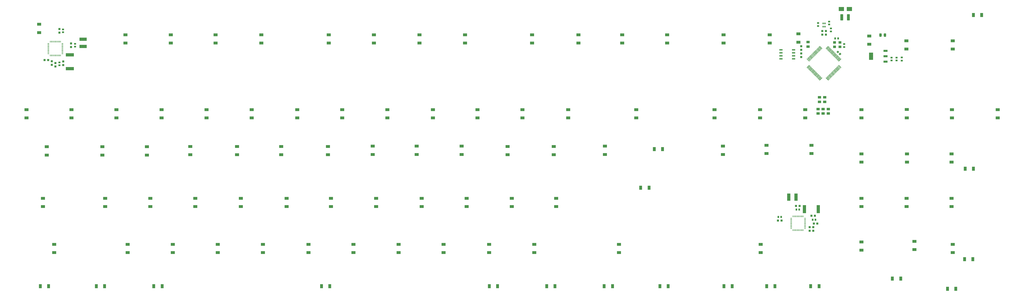
<source format=gbp>
%TF.GenerationSoftware,KiCad,Pcbnew,(5.1.7)-1*%
%TF.CreationDate,2021-06-04T23:16:26-04:00*%
%TF.ProjectId,694200101,36393432-3030-4313-9031-2e6b69636164,rev?*%
%TF.SameCoordinates,Original*%
%TF.FileFunction,Paste,Bot*%
%TF.FilePolarity,Positive*%
%FSLAX46Y46*%
G04 Gerber Fmt 4.6, Leading zero omitted, Abs format (unit mm)*
G04 Created by KiCad (PCBNEW (5.1.7)-1) date 2021-06-04 23:16:26*
%MOMM*%
%LPD*%
G01*
G04 APERTURE LIST*
%ADD10R,0.350000X0.750000*%
%ADD11R,1.400000X0.600000*%
%ADD12R,0.950000X0.930000*%
%ADD13R,0.930000X0.950000*%
%ADD14R,0.970000X0.900000*%
%ADD15R,0.750000X0.200000*%
%ADD16R,0.200000X0.750000*%
%ADD17R,1.300000X1.700000*%
%ADD18R,1.700000X1.300000*%
%ADD19R,0.862132X0.690831*%
%ADD20R,2.184400X1.651000*%
%ADD21R,0.708716X0.812132*%
%ADD22R,0.812132X0.708716*%
%ADD23R,0.812132X0.758142*%
%ADD24R,0.812132X0.708142*%
%ADD25R,0.758142X0.812132*%
%ADD26C,0.100000*%
%ADD27R,1.380000X1.010000*%
%ADD28R,1.300000X1.100000*%
%ADD29R,1.340000X3.020000*%
%ADD30R,3.020000X1.340000*%
%ADD31R,1.330000X3.460000*%
%ADD32R,3.460000X1.330000*%
%ADD33R,0.900000X0.970000*%
%ADD34R,1.761200X3.150799*%
%ADD35R,1.761200X0.850800*%
G04 APERTURE END LIST*
D10*
%TO.C,U2*%
X355490400Y-9681600D03*
X354990400Y-9681600D03*
X354490400Y-9681600D03*
X354490400Y-8301600D03*
X354990400Y-8301600D03*
X355490400Y-8301600D03*
%TD*%
D11*
%TO.C,U4*%
X336821000Y-23241000D03*
X336821000Y-21971000D03*
X336821000Y-20701000D03*
X336821000Y-19431000D03*
X342121000Y-19431000D03*
X342121000Y-20701000D03*
X342121000Y-21971000D03*
X342121000Y-23241000D03*
%TD*%
D12*
%TO.C,C27*%
X350671000Y-92964000D03*
X352147000Y-92964000D03*
%TD*%
D13*
%TO.C,C26*%
X30734000Y-25043000D03*
X30734000Y-26519000D03*
%TD*%
D14*
%TO.C,R22*%
X355765100Y-11482800D03*
X355765100Y-13002800D03*
%TD*%
%TO.C,R21*%
X354266500Y-11482800D03*
X354266500Y-13002800D03*
%TD*%
%TO.C,C25*%
G36*
G01*
X379280000Y-12733000D02*
X379280000Y-13683000D01*
G75*
G02*
X379030000Y-13933000I-250000J0D01*
G01*
X378530000Y-13933000D01*
G75*
G02*
X378280000Y-13683000I0J250000D01*
G01*
X378280000Y-12733000D01*
G75*
G02*
X378530000Y-12483000I250000J0D01*
G01*
X379030000Y-12483000D01*
G75*
G02*
X379280000Y-12733000I0J-250000D01*
G01*
G37*
G36*
G01*
X381180000Y-12733000D02*
X381180000Y-13683000D01*
G75*
G02*
X380930000Y-13933000I-250000J0D01*
G01*
X380430000Y-13933000D01*
G75*
G02*
X380180000Y-13683000I0J250000D01*
G01*
X380180000Y-12733000D01*
G75*
G02*
X380430000Y-12483000I250000J0D01*
G01*
X380930000Y-12483000D01*
G75*
G02*
X381180000Y-12733000I0J-250000D01*
G01*
G37*
%TD*%
D15*
%TO.C,U6*%
X346926999Y-95062400D03*
X346926999Y-94662400D03*
X346926999Y-94262400D03*
X346926999Y-93862400D03*
X346926999Y-93462400D03*
X346926999Y-93062400D03*
X346926999Y-92662400D03*
X346926999Y-92262400D03*
X346926999Y-91862400D03*
X346926999Y-91462400D03*
X346926999Y-91062400D03*
X346926999Y-90662400D03*
D16*
X346201999Y-89937400D03*
X345801999Y-89937400D03*
X345401999Y-89937400D03*
X345001999Y-89937400D03*
X344601999Y-89937400D03*
X344201999Y-89937400D03*
X343801999Y-89937400D03*
X343401999Y-89937400D03*
X343001999Y-89937400D03*
X342601999Y-89937400D03*
X342201999Y-89937400D03*
X341801999Y-89937400D03*
D15*
X341076999Y-90662400D03*
X341076999Y-91062400D03*
X341076999Y-91462400D03*
X341076999Y-91862400D03*
X341076999Y-92262400D03*
X341076999Y-92662400D03*
X341076999Y-93062400D03*
X341076999Y-93462400D03*
X341076999Y-93862400D03*
X341076999Y-94262400D03*
X341076999Y-94662400D03*
X341076999Y-95062400D03*
D16*
X341801999Y-95787400D03*
X342201999Y-95787400D03*
X342601999Y-95787400D03*
X343001999Y-95787400D03*
X343401999Y-95787400D03*
X343801999Y-95787400D03*
X344201999Y-95787400D03*
X344601999Y-95787400D03*
X345001999Y-95787400D03*
X345401999Y-95787400D03*
X345801999Y-95787400D03*
X346201999Y-95787400D03*
%TD*%
%TO.C,U5*%
X28534000Y-21848000D03*
X28934000Y-21848000D03*
X29334000Y-21848000D03*
X29734000Y-21848000D03*
X30134000Y-21848000D03*
X30534000Y-21848000D03*
X30934000Y-21848000D03*
X31334000Y-21848000D03*
X31734000Y-21848000D03*
X32134000Y-21848000D03*
X32534000Y-21848000D03*
X32934000Y-21848000D03*
D15*
X33659000Y-21123000D03*
X33659000Y-20723000D03*
X33659000Y-20323000D03*
X33659000Y-19923000D03*
X33659000Y-19523000D03*
X33659000Y-19123000D03*
X33659000Y-18723000D03*
X33659000Y-18323000D03*
X33659000Y-17923000D03*
X33659000Y-17523000D03*
X33659000Y-17123000D03*
X33659000Y-16723000D03*
D16*
X32934000Y-15998000D03*
X32534000Y-15998000D03*
X32134000Y-15998000D03*
X31734000Y-15998000D03*
X31334000Y-15998000D03*
X30934000Y-15998000D03*
X30534000Y-15998000D03*
X30134000Y-15998000D03*
X29734000Y-15998000D03*
X29334000Y-15998000D03*
X28934000Y-15998000D03*
X28534000Y-15998000D03*
D15*
X27809000Y-16723000D03*
X27809000Y-17123000D03*
X27809000Y-17523000D03*
X27809000Y-17923000D03*
X27809000Y-18323000D03*
X27809000Y-18723000D03*
X27809000Y-19123000D03*
X27809000Y-19523000D03*
X27809000Y-19923000D03*
X27809000Y-20323000D03*
X27809000Y-20723000D03*
X27809000Y-21123000D03*
%TD*%
D17*
%TO.C,D108*%
X417750000Y-108000000D03*
X414250000Y-108000000D03*
%TD*%
%TO.C,D107*%
X418000000Y-69750000D03*
X414500000Y-69750000D03*
%TD*%
D18*
%TO.C,D106*%
X428250000Y-44750000D03*
X428250000Y-48250000D03*
%TD*%
D17*
%TO.C,D105*%
X410550000Y-120600000D03*
X407050000Y-120600000D03*
%TD*%
D18*
%TO.C,D104*%
X409250000Y-101750000D03*
X409250000Y-105250000D03*
%TD*%
%TO.C,D103*%
X408750000Y-82250000D03*
X408750000Y-85750000D03*
%TD*%
%TO.C,D102*%
X408750000Y-63500000D03*
X408750000Y-67000000D03*
%TD*%
%TO.C,D101*%
X408962500Y-44750000D03*
X408962500Y-48250000D03*
%TD*%
%TO.C,D100*%
X409287500Y-15650000D03*
X409287500Y-19150000D03*
%TD*%
%TO.C,D99*%
X393065000Y-100485000D03*
X393065000Y-103985000D03*
%TD*%
%TO.C,D98*%
X389787500Y-82250000D03*
X389787500Y-85750000D03*
%TD*%
%TO.C,D97*%
X390000000Y-63500000D03*
X390000000Y-67000000D03*
%TD*%
%TO.C,D96*%
X389890000Y-44732000D03*
X389890000Y-48232000D03*
%TD*%
%TO.C,D95*%
X389750000Y-15650000D03*
X389750000Y-19150000D03*
%TD*%
D17*
%TO.C,D94*%
X421500000Y-4699000D03*
X418000000Y-4699000D03*
%TD*%
%TO.C,D93*%
X383822000Y-116205000D03*
X387322000Y-116205000D03*
%TD*%
D18*
%TO.C,D92*%
X370750000Y-100739000D03*
X370750000Y-104239000D03*
%TD*%
%TO.C,D91*%
X370750000Y-82250000D03*
X370750000Y-85750000D03*
%TD*%
%TO.C,D90*%
X370750000Y-63500000D03*
X370750000Y-67000000D03*
%TD*%
%TO.C,D89*%
X370750000Y-44750000D03*
X370750000Y-48250000D03*
%TD*%
%TO.C,D88*%
X374015000Y-13617000D03*
X374015000Y-17117000D03*
%TD*%
D17*
%TO.C,D87*%
X349350001Y-119500000D03*
X352850001Y-119500000D03*
%TD*%
D18*
%TO.C,D86*%
X349660500Y-59845000D03*
X349660500Y-63345000D03*
%TD*%
%TO.C,D85*%
X347037500Y-44750000D03*
X347037500Y-48250000D03*
%TD*%
%TO.C,D84*%
X344170000Y-12728000D03*
X344170000Y-16228000D03*
%TD*%
D17*
%TO.C,D83*%
X330750000Y-119500000D03*
X334250000Y-119500000D03*
%TD*%
D18*
%TO.C,D82*%
X328250000Y-101750000D03*
X328250000Y-105250000D03*
%TD*%
%TO.C,D81*%
X330708000Y-59845000D03*
X330708000Y-63345000D03*
%TD*%
%TO.C,D80*%
X328000000Y-44750000D03*
X328000000Y-48250000D03*
%TD*%
%TO.C,D79*%
X332060000Y-13110000D03*
X332060000Y-16610000D03*
%TD*%
D17*
%TO.C,D78*%
X312750000Y-119500000D03*
X316250000Y-119500000D03*
%TD*%
D18*
%TO.C,D77*%
X312293000Y-60226000D03*
X312293000Y-63726000D03*
%TD*%
%TO.C,D76*%
X308750000Y-44750000D03*
X308750000Y-48250000D03*
%TD*%
%TO.C,D75*%
X312560000Y-13110000D03*
X312560000Y-16610000D03*
%TD*%
D17*
%TO.C,D74*%
X285750000Y-119500000D03*
X289250000Y-119500000D03*
%TD*%
%TO.C,D73*%
X283365000Y-61468000D03*
X286865000Y-61468000D03*
%TD*%
D18*
%TO.C,D72*%
X275750000Y-44750000D03*
X275750000Y-48250000D03*
%TD*%
%TO.C,D71*%
X288810000Y-13110000D03*
X288810000Y-16610000D03*
%TD*%
D17*
%TO.C,D70*%
X262250000Y-119500000D03*
X265750000Y-119500000D03*
%TD*%
D18*
%TO.C,D69*%
X268500000Y-101750000D03*
X268500000Y-105250000D03*
%TD*%
D17*
%TO.C,D68*%
X277650000Y-77800000D03*
X281150000Y-77800000D03*
%TD*%
D18*
%TO.C,D67*%
X262509000Y-60226000D03*
X262509000Y-63726000D03*
%TD*%
%TO.C,D66*%
X269810000Y-13110000D03*
X269810000Y-16610000D03*
%TD*%
%TO.C,D65*%
X242000000Y-82250000D03*
X242000000Y-85750000D03*
%TD*%
%TO.C,D64*%
X240919000Y-60353000D03*
X240919000Y-63853000D03*
%TD*%
%TO.C,D63*%
X247037500Y-44750000D03*
X247037500Y-48250000D03*
%TD*%
%TO.C,D62*%
X251333000Y-13109000D03*
X251333000Y-16609000D03*
%TD*%
D17*
%TO.C,D61*%
X238000000Y-119500000D03*
X241500000Y-119500000D03*
%TD*%
D18*
%TO.C,D60*%
X232787500Y-101750000D03*
X232787500Y-105250000D03*
%TD*%
%TO.C,D59*%
X223287500Y-82250000D03*
X223287500Y-85750000D03*
%TD*%
%TO.C,D58*%
X221488000Y-60353000D03*
X221488000Y-63853000D03*
%TD*%
%TO.C,D57*%
X227750000Y-44750000D03*
X227750000Y-48250000D03*
%TD*%
%TO.C,D56*%
X231810000Y-13110000D03*
X231810000Y-16610000D03*
%TD*%
D17*
%TO.C,D55*%
X213750000Y-119500000D03*
X217250000Y-119500000D03*
%TD*%
D18*
%TO.C,D54*%
X213712500Y-101750000D03*
X213712500Y-105250000D03*
%TD*%
%TO.C,D53*%
X204250000Y-82250000D03*
X204250000Y-85750000D03*
%TD*%
%TO.C,D52*%
X202057000Y-60226000D03*
X202057000Y-63726000D03*
%TD*%
%TO.C,D51*%
X208750000Y-44750000D03*
X208750000Y-48250000D03*
%TD*%
%TO.C,D50*%
X203560000Y-13110000D03*
X203560000Y-16610000D03*
%TD*%
%TO.C,D49*%
X194500000Y-101750000D03*
X194500000Y-105250000D03*
%TD*%
%TO.C,D48*%
X185250000Y-82250000D03*
X185250000Y-85750000D03*
%TD*%
%TO.C,D47*%
X183134000Y-60226000D03*
X183134000Y-63726000D03*
%TD*%
%TO.C,D46*%
X190000000Y-44750000D03*
X190000000Y-48250000D03*
%TD*%
%TO.C,D45*%
X184310000Y-13110000D03*
X184310000Y-16610000D03*
%TD*%
%TO.C,D44*%
X175500000Y-101750000D03*
X175500000Y-105250000D03*
%TD*%
%TO.C,D43*%
X166000000Y-82250000D03*
X166000000Y-85750000D03*
%TD*%
%TO.C,D42*%
X164592000Y-60226000D03*
X164592000Y-63726000D03*
%TD*%
%TO.C,D41*%
X170750000Y-44750000D03*
X170750000Y-48250000D03*
%TD*%
%TO.C,D40*%
X165060000Y-13110000D03*
X165060000Y-16610000D03*
%TD*%
%TO.C,D39*%
X156500000Y-101750000D03*
X156500000Y-105250000D03*
%TD*%
%TO.C,D38*%
X147000000Y-82250000D03*
X147000000Y-85750000D03*
%TD*%
%TO.C,D37*%
X145669000Y-60353000D03*
X145669000Y-63853000D03*
%TD*%
%TO.C,D36*%
X151750000Y-44750000D03*
X151750000Y-48250000D03*
%TD*%
%TO.C,D35*%
X146060000Y-13110000D03*
X146060000Y-16610000D03*
%TD*%
D17*
%TO.C,D34*%
X143000000Y-119500000D03*
X146500000Y-119500000D03*
%TD*%
D18*
%TO.C,D33*%
X137500000Y-101750000D03*
X137500000Y-105250000D03*
%TD*%
%TO.C,D32*%
X128250000Y-82250000D03*
X128250000Y-85750000D03*
%TD*%
%TO.C,D31*%
X125984000Y-60353000D03*
X125984000Y-63853000D03*
%TD*%
%TO.C,D30*%
X132750000Y-44750000D03*
X132750000Y-48250000D03*
%TD*%
%TO.C,D29*%
X118250000Y-101750000D03*
X118250000Y-105250000D03*
%TD*%
%TO.C,D28*%
X109000000Y-82250000D03*
X109000000Y-85750000D03*
%TD*%
%TO.C,D27*%
X107315000Y-60353000D03*
X107315000Y-63853000D03*
%TD*%
%TO.C,D26*%
X113500000Y-44750000D03*
X113500000Y-48250000D03*
%TD*%
%TO.C,D25*%
X117560000Y-13110000D03*
X117560000Y-16610000D03*
%TD*%
%TO.C,D24*%
X99250000Y-101750000D03*
X99250000Y-105250000D03*
%TD*%
%TO.C,D23*%
X89750000Y-82250000D03*
X89750000Y-85750000D03*
%TD*%
%TO.C,D22*%
X87630000Y-60353000D03*
X87630000Y-63853000D03*
%TD*%
%TO.C,D21*%
X94500000Y-44750000D03*
X94500000Y-48250000D03*
%TD*%
%TO.C,D20*%
X98310000Y-13110000D03*
X98310000Y-16610000D03*
%TD*%
D17*
%TO.C,D19*%
X72250000Y-119500000D03*
X75750000Y-119500000D03*
%TD*%
D18*
%TO.C,D18*%
X80250000Y-101750000D03*
X80250000Y-105250000D03*
%TD*%
%TO.C,D17*%
X70750000Y-82250000D03*
X70750000Y-85750000D03*
%TD*%
%TO.C,D16*%
X69342000Y-60480000D03*
X69342000Y-63980000D03*
%TD*%
%TO.C,D15*%
X75500000Y-44750000D03*
X75500000Y-48250000D03*
%TD*%
%TO.C,D14*%
X79375000Y-13110000D03*
X79375000Y-16610000D03*
%TD*%
%TO.C,D13*%
X61250000Y-101750000D03*
X61250000Y-105250000D03*
%TD*%
%TO.C,D12*%
X51750000Y-82250000D03*
X51750000Y-85750000D03*
%TD*%
%TO.C,D11*%
X50546000Y-60480000D03*
X50546000Y-63980000D03*
%TD*%
%TO.C,D10*%
X56500000Y-44750000D03*
X56500000Y-48250000D03*
%TD*%
%TO.C,D9*%
X60310000Y-13110000D03*
X60310000Y-16610000D03*
%TD*%
D17*
%TO.C,D8*%
X48000000Y-119500000D03*
X51500000Y-119500000D03*
%TD*%
D18*
%TO.C,D7*%
X30250000Y-101750000D03*
X30250000Y-105250000D03*
%TD*%
%TO.C,D6*%
X37500000Y-44750000D03*
X37500000Y-48250000D03*
%TD*%
D17*
%TO.C,D5*%
X24350001Y-119500000D03*
X27850001Y-119500000D03*
%TD*%
D18*
%TO.C,D4*%
X25500000Y-82250000D03*
X25500000Y-85750000D03*
%TD*%
%TO.C,D3*%
X27051000Y-60480000D03*
X27051000Y-63980000D03*
%TD*%
%TO.C,D2*%
X18500000Y-44750000D03*
X18500000Y-48250000D03*
%TD*%
%TO.C,D1*%
X23876000Y-12164000D03*
X23876000Y-8664000D03*
%TD*%
%TO.C,F1*%
G36*
G01*
X364630000Y-6790000D02*
X364630000Y-4640000D01*
G75*
G02*
X364880000Y-4390000I250000J0D01*
G01*
X365630000Y-4390000D01*
G75*
G02*
X365880000Y-4640000I0J-250000D01*
G01*
X365880000Y-6790000D01*
G75*
G02*
X365630000Y-7040000I-250000J0D01*
G01*
X364880000Y-7040000D01*
G75*
G02*
X364630000Y-6790000I0J250000D01*
G01*
G37*
G36*
G01*
X361830000Y-6790000D02*
X361830000Y-4640000D01*
G75*
G02*
X362080000Y-4390000I250000J0D01*
G01*
X362830000Y-4390000D01*
G75*
G02*
X363080000Y-4640000I0J-250000D01*
G01*
X363080000Y-6790000D01*
G75*
G02*
X362830000Y-7040000I-250000J0D01*
G01*
X362080000Y-7040000D01*
G75*
G02*
X361830000Y-6790000I0J250000D01*
G01*
G37*
%TD*%
%TO.C,U3*%
G36*
G01*
X353214910Y-17880478D02*
X354204860Y-18870428D01*
G75*
G02*
X354204860Y-18976494I-53033J-53033D01*
G01*
X354098794Y-19082560D01*
G75*
G02*
X353992728Y-19082560I-53033J53033D01*
G01*
X353002778Y-18092610D01*
G75*
G02*
X353002778Y-17986544I53033J53033D01*
G01*
X353108844Y-17880478D01*
G75*
G02*
X353214910Y-17880478I53033J-53033D01*
G01*
G37*
G36*
G01*
X352861357Y-18234031D02*
X353851307Y-19223981D01*
G75*
G02*
X353851307Y-19330047I-53033J-53033D01*
G01*
X353745241Y-19436113D01*
G75*
G02*
X353639175Y-19436113I-53033J53033D01*
G01*
X352649225Y-18446163D01*
G75*
G02*
X352649225Y-18340097I53033J53033D01*
G01*
X352755291Y-18234031D01*
G75*
G02*
X352861357Y-18234031I53033J-53033D01*
G01*
G37*
G36*
G01*
X352507804Y-18587584D02*
X353497754Y-19577534D01*
G75*
G02*
X353497754Y-19683600I-53033J-53033D01*
G01*
X353391688Y-19789666D01*
G75*
G02*
X353285622Y-19789666I-53033J53033D01*
G01*
X352295672Y-18799716D01*
G75*
G02*
X352295672Y-18693650I53033J53033D01*
G01*
X352401738Y-18587584D01*
G75*
G02*
X352507804Y-18587584I53033J-53033D01*
G01*
G37*
G36*
G01*
X352154250Y-18941138D02*
X353144200Y-19931088D01*
G75*
G02*
X353144200Y-20037154I-53033J-53033D01*
G01*
X353038134Y-20143220D01*
G75*
G02*
X352932068Y-20143220I-53033J53033D01*
G01*
X351942118Y-19153270D01*
G75*
G02*
X351942118Y-19047204I53033J53033D01*
G01*
X352048184Y-18941138D01*
G75*
G02*
X352154250Y-18941138I53033J-53033D01*
G01*
G37*
G36*
G01*
X351800697Y-19294691D02*
X352790647Y-20284641D01*
G75*
G02*
X352790647Y-20390707I-53033J-53033D01*
G01*
X352684581Y-20496773D01*
G75*
G02*
X352578515Y-20496773I-53033J53033D01*
G01*
X351588565Y-19506823D01*
G75*
G02*
X351588565Y-19400757I53033J53033D01*
G01*
X351694631Y-19294691D01*
G75*
G02*
X351800697Y-19294691I53033J-53033D01*
G01*
G37*
G36*
G01*
X351447143Y-19648245D02*
X352437093Y-20638195D01*
G75*
G02*
X352437093Y-20744261I-53033J-53033D01*
G01*
X352331027Y-20850327D01*
G75*
G02*
X352224961Y-20850327I-53033J53033D01*
G01*
X351235011Y-19860377D01*
G75*
G02*
X351235011Y-19754311I53033J53033D01*
G01*
X351341077Y-19648245D01*
G75*
G02*
X351447143Y-19648245I53033J-53033D01*
G01*
G37*
G36*
G01*
X351093590Y-20001798D02*
X352083540Y-20991748D01*
G75*
G02*
X352083540Y-21097814I-53033J-53033D01*
G01*
X351977474Y-21203880D01*
G75*
G02*
X351871408Y-21203880I-53033J53033D01*
G01*
X350881458Y-20213930D01*
G75*
G02*
X350881458Y-20107864I53033J53033D01*
G01*
X350987524Y-20001798D01*
G75*
G02*
X351093590Y-20001798I53033J-53033D01*
G01*
G37*
G36*
G01*
X350740037Y-20355351D02*
X351729987Y-21345301D01*
G75*
G02*
X351729987Y-21451367I-53033J-53033D01*
G01*
X351623921Y-21557433D01*
G75*
G02*
X351517855Y-21557433I-53033J53033D01*
G01*
X350527905Y-20567483D01*
G75*
G02*
X350527905Y-20461417I53033J53033D01*
G01*
X350633971Y-20355351D01*
G75*
G02*
X350740037Y-20355351I53033J-53033D01*
G01*
G37*
G36*
G01*
X350386483Y-20708905D02*
X351376433Y-21698855D01*
G75*
G02*
X351376433Y-21804921I-53033J-53033D01*
G01*
X351270367Y-21910987D01*
G75*
G02*
X351164301Y-21910987I-53033J53033D01*
G01*
X350174351Y-20921037D01*
G75*
G02*
X350174351Y-20814971I53033J53033D01*
G01*
X350280417Y-20708905D01*
G75*
G02*
X350386483Y-20708905I53033J-53033D01*
G01*
G37*
G36*
G01*
X350032930Y-21062458D02*
X351022880Y-22052408D01*
G75*
G02*
X351022880Y-22158474I-53033J-53033D01*
G01*
X350916814Y-22264540D01*
G75*
G02*
X350810748Y-22264540I-53033J53033D01*
G01*
X349820798Y-21274590D01*
G75*
G02*
X349820798Y-21168524I53033J53033D01*
G01*
X349926864Y-21062458D01*
G75*
G02*
X350032930Y-21062458I53033J-53033D01*
G01*
G37*
G36*
G01*
X349679377Y-21416011D02*
X350669327Y-22405961D01*
G75*
G02*
X350669327Y-22512027I-53033J-53033D01*
G01*
X350563261Y-22618093D01*
G75*
G02*
X350457195Y-22618093I-53033J53033D01*
G01*
X349467245Y-21628143D01*
G75*
G02*
X349467245Y-21522077I53033J53033D01*
G01*
X349573311Y-21416011D01*
G75*
G02*
X349679377Y-21416011I53033J-53033D01*
G01*
G37*
G36*
G01*
X349325823Y-21769565D02*
X350315773Y-22759515D01*
G75*
G02*
X350315773Y-22865581I-53033J-53033D01*
G01*
X350209707Y-22971647D01*
G75*
G02*
X350103641Y-22971647I-53033J53033D01*
G01*
X349113691Y-21981697D01*
G75*
G02*
X349113691Y-21875631I53033J53033D01*
G01*
X349219757Y-21769565D01*
G75*
G02*
X349325823Y-21769565I53033J-53033D01*
G01*
G37*
G36*
G01*
X348972270Y-22123118D02*
X349962220Y-23113068D01*
G75*
G02*
X349962220Y-23219134I-53033J-53033D01*
G01*
X349856154Y-23325200D01*
G75*
G02*
X349750088Y-23325200I-53033J53033D01*
G01*
X348760138Y-22335250D01*
G75*
G02*
X348760138Y-22229184I53033J53033D01*
G01*
X348866204Y-22123118D01*
G75*
G02*
X348972270Y-22123118I53033J-53033D01*
G01*
G37*
G36*
G01*
X348618716Y-22476672D02*
X349608666Y-23466622D01*
G75*
G02*
X349608666Y-23572688I-53033J-53033D01*
G01*
X349502600Y-23678754D01*
G75*
G02*
X349396534Y-23678754I-53033J53033D01*
G01*
X348406584Y-22688804D01*
G75*
G02*
X348406584Y-22582738I53033J53033D01*
G01*
X348512650Y-22476672D01*
G75*
G02*
X348618716Y-22476672I53033J-53033D01*
G01*
G37*
G36*
G01*
X348265163Y-22830225D02*
X349255113Y-23820175D01*
G75*
G02*
X349255113Y-23926241I-53033J-53033D01*
G01*
X349149047Y-24032307D01*
G75*
G02*
X349042981Y-24032307I-53033J53033D01*
G01*
X348053031Y-23042357D01*
G75*
G02*
X348053031Y-22936291I53033J53033D01*
G01*
X348159097Y-22830225D01*
G75*
G02*
X348265163Y-22830225I53033J-53033D01*
G01*
G37*
G36*
G01*
X347911610Y-23183778D02*
X348901560Y-24173728D01*
G75*
G02*
X348901560Y-24279794I-53033J-53033D01*
G01*
X348795494Y-24385860D01*
G75*
G02*
X348689428Y-24385860I-53033J53033D01*
G01*
X347699478Y-23395910D01*
G75*
G02*
X347699478Y-23289844I53033J53033D01*
G01*
X347805544Y-23183778D01*
G75*
G02*
X347911610Y-23183778I53033J-53033D01*
G01*
G37*
G36*
G01*
X348795494Y-25906140D02*
X348901560Y-26012206D01*
G75*
G02*
X348901560Y-26118272I-53033J-53033D01*
G01*
X347911610Y-27108222D01*
G75*
G02*
X347805544Y-27108222I-53033J53033D01*
G01*
X347699478Y-27002156D01*
G75*
G02*
X347699478Y-26896090I53033J53033D01*
G01*
X348689428Y-25906140D01*
G75*
G02*
X348795494Y-25906140I53033J-53033D01*
G01*
G37*
G36*
G01*
X349149047Y-26259693D02*
X349255113Y-26365759D01*
G75*
G02*
X349255113Y-26471825I-53033J-53033D01*
G01*
X348265163Y-27461775D01*
G75*
G02*
X348159097Y-27461775I-53033J53033D01*
G01*
X348053031Y-27355709D01*
G75*
G02*
X348053031Y-27249643I53033J53033D01*
G01*
X349042981Y-26259693D01*
G75*
G02*
X349149047Y-26259693I53033J-53033D01*
G01*
G37*
G36*
G01*
X349502600Y-26613246D02*
X349608666Y-26719312D01*
G75*
G02*
X349608666Y-26825378I-53033J-53033D01*
G01*
X348618716Y-27815328D01*
G75*
G02*
X348512650Y-27815328I-53033J53033D01*
G01*
X348406584Y-27709262D01*
G75*
G02*
X348406584Y-27603196I53033J53033D01*
G01*
X349396534Y-26613246D01*
G75*
G02*
X349502600Y-26613246I53033J-53033D01*
G01*
G37*
G36*
G01*
X349856154Y-26966800D02*
X349962220Y-27072866D01*
G75*
G02*
X349962220Y-27178932I-53033J-53033D01*
G01*
X348972270Y-28168882D01*
G75*
G02*
X348866204Y-28168882I-53033J53033D01*
G01*
X348760138Y-28062816D01*
G75*
G02*
X348760138Y-27956750I53033J53033D01*
G01*
X349750088Y-26966800D01*
G75*
G02*
X349856154Y-26966800I53033J-53033D01*
G01*
G37*
G36*
G01*
X350209707Y-27320353D02*
X350315773Y-27426419D01*
G75*
G02*
X350315773Y-27532485I-53033J-53033D01*
G01*
X349325823Y-28522435D01*
G75*
G02*
X349219757Y-28522435I-53033J53033D01*
G01*
X349113691Y-28416369D01*
G75*
G02*
X349113691Y-28310303I53033J53033D01*
G01*
X350103641Y-27320353D01*
G75*
G02*
X350209707Y-27320353I53033J-53033D01*
G01*
G37*
G36*
G01*
X350563261Y-27673907D02*
X350669327Y-27779973D01*
G75*
G02*
X350669327Y-27886039I-53033J-53033D01*
G01*
X349679377Y-28875989D01*
G75*
G02*
X349573311Y-28875989I-53033J53033D01*
G01*
X349467245Y-28769923D01*
G75*
G02*
X349467245Y-28663857I53033J53033D01*
G01*
X350457195Y-27673907D01*
G75*
G02*
X350563261Y-27673907I53033J-53033D01*
G01*
G37*
G36*
G01*
X350916814Y-28027460D02*
X351022880Y-28133526D01*
G75*
G02*
X351022880Y-28239592I-53033J-53033D01*
G01*
X350032930Y-29229542D01*
G75*
G02*
X349926864Y-29229542I-53033J53033D01*
G01*
X349820798Y-29123476D01*
G75*
G02*
X349820798Y-29017410I53033J53033D01*
G01*
X350810748Y-28027460D01*
G75*
G02*
X350916814Y-28027460I53033J-53033D01*
G01*
G37*
G36*
G01*
X351270367Y-28381013D02*
X351376433Y-28487079D01*
G75*
G02*
X351376433Y-28593145I-53033J-53033D01*
G01*
X350386483Y-29583095D01*
G75*
G02*
X350280417Y-29583095I-53033J53033D01*
G01*
X350174351Y-29477029D01*
G75*
G02*
X350174351Y-29370963I53033J53033D01*
G01*
X351164301Y-28381013D01*
G75*
G02*
X351270367Y-28381013I53033J-53033D01*
G01*
G37*
G36*
G01*
X351623921Y-28734567D02*
X351729987Y-28840633D01*
G75*
G02*
X351729987Y-28946699I-53033J-53033D01*
G01*
X350740037Y-29936649D01*
G75*
G02*
X350633971Y-29936649I-53033J53033D01*
G01*
X350527905Y-29830583D01*
G75*
G02*
X350527905Y-29724517I53033J53033D01*
G01*
X351517855Y-28734567D01*
G75*
G02*
X351623921Y-28734567I53033J-53033D01*
G01*
G37*
G36*
G01*
X351977474Y-29088120D02*
X352083540Y-29194186D01*
G75*
G02*
X352083540Y-29300252I-53033J-53033D01*
G01*
X351093590Y-30290202D01*
G75*
G02*
X350987524Y-30290202I-53033J53033D01*
G01*
X350881458Y-30184136D01*
G75*
G02*
X350881458Y-30078070I53033J53033D01*
G01*
X351871408Y-29088120D01*
G75*
G02*
X351977474Y-29088120I53033J-53033D01*
G01*
G37*
G36*
G01*
X352331027Y-29441673D02*
X352437093Y-29547739D01*
G75*
G02*
X352437093Y-29653805I-53033J-53033D01*
G01*
X351447143Y-30643755D01*
G75*
G02*
X351341077Y-30643755I-53033J53033D01*
G01*
X351235011Y-30537689D01*
G75*
G02*
X351235011Y-30431623I53033J53033D01*
G01*
X352224961Y-29441673D01*
G75*
G02*
X352331027Y-29441673I53033J-53033D01*
G01*
G37*
G36*
G01*
X352684581Y-29795227D02*
X352790647Y-29901293D01*
G75*
G02*
X352790647Y-30007359I-53033J-53033D01*
G01*
X351800697Y-30997309D01*
G75*
G02*
X351694631Y-30997309I-53033J53033D01*
G01*
X351588565Y-30891243D01*
G75*
G02*
X351588565Y-30785177I53033J53033D01*
G01*
X352578515Y-29795227D01*
G75*
G02*
X352684581Y-29795227I53033J-53033D01*
G01*
G37*
G36*
G01*
X353038134Y-30148780D02*
X353144200Y-30254846D01*
G75*
G02*
X353144200Y-30360912I-53033J-53033D01*
G01*
X352154250Y-31350862D01*
G75*
G02*
X352048184Y-31350862I-53033J53033D01*
G01*
X351942118Y-31244796D01*
G75*
G02*
X351942118Y-31138730I53033J53033D01*
G01*
X352932068Y-30148780D01*
G75*
G02*
X353038134Y-30148780I53033J-53033D01*
G01*
G37*
G36*
G01*
X353391688Y-30502334D02*
X353497754Y-30608400D01*
G75*
G02*
X353497754Y-30714466I-53033J-53033D01*
G01*
X352507804Y-31704416D01*
G75*
G02*
X352401738Y-31704416I-53033J53033D01*
G01*
X352295672Y-31598350D01*
G75*
G02*
X352295672Y-31492284I53033J53033D01*
G01*
X353285622Y-30502334D01*
G75*
G02*
X353391688Y-30502334I53033J-53033D01*
G01*
G37*
G36*
G01*
X353745241Y-30855887D02*
X353851307Y-30961953D01*
G75*
G02*
X353851307Y-31068019I-53033J-53033D01*
G01*
X352861357Y-32057969D01*
G75*
G02*
X352755291Y-32057969I-53033J53033D01*
G01*
X352649225Y-31951903D01*
G75*
G02*
X352649225Y-31845837I53033J53033D01*
G01*
X353639175Y-30855887D01*
G75*
G02*
X353745241Y-30855887I53033J-53033D01*
G01*
G37*
G36*
G01*
X354098794Y-31209440D02*
X354204860Y-31315506D01*
G75*
G02*
X354204860Y-31421572I-53033J-53033D01*
G01*
X353214910Y-32411522D01*
G75*
G02*
X353108844Y-32411522I-53033J53033D01*
G01*
X353002778Y-32305456D01*
G75*
G02*
X353002778Y-32199390I53033J53033D01*
G01*
X353992728Y-31209440D01*
G75*
G02*
X354098794Y-31209440I53033J-53033D01*
G01*
G37*
G36*
G01*
X355937272Y-31209440D02*
X356927222Y-32199390D01*
G75*
G02*
X356927222Y-32305456I-53033J-53033D01*
G01*
X356821156Y-32411522D01*
G75*
G02*
X356715090Y-32411522I-53033J53033D01*
G01*
X355725140Y-31421572D01*
G75*
G02*
X355725140Y-31315506I53033J53033D01*
G01*
X355831206Y-31209440D01*
G75*
G02*
X355937272Y-31209440I53033J-53033D01*
G01*
G37*
G36*
G01*
X356290825Y-30855887D02*
X357280775Y-31845837D01*
G75*
G02*
X357280775Y-31951903I-53033J-53033D01*
G01*
X357174709Y-32057969D01*
G75*
G02*
X357068643Y-32057969I-53033J53033D01*
G01*
X356078693Y-31068019D01*
G75*
G02*
X356078693Y-30961953I53033J53033D01*
G01*
X356184759Y-30855887D01*
G75*
G02*
X356290825Y-30855887I53033J-53033D01*
G01*
G37*
G36*
G01*
X356644378Y-30502334D02*
X357634328Y-31492284D01*
G75*
G02*
X357634328Y-31598350I-53033J-53033D01*
G01*
X357528262Y-31704416D01*
G75*
G02*
X357422196Y-31704416I-53033J53033D01*
G01*
X356432246Y-30714466D01*
G75*
G02*
X356432246Y-30608400I53033J53033D01*
G01*
X356538312Y-30502334D01*
G75*
G02*
X356644378Y-30502334I53033J-53033D01*
G01*
G37*
G36*
G01*
X356997932Y-30148780D02*
X357987882Y-31138730D01*
G75*
G02*
X357987882Y-31244796I-53033J-53033D01*
G01*
X357881816Y-31350862D01*
G75*
G02*
X357775750Y-31350862I-53033J53033D01*
G01*
X356785800Y-30360912D01*
G75*
G02*
X356785800Y-30254846I53033J53033D01*
G01*
X356891866Y-30148780D01*
G75*
G02*
X356997932Y-30148780I53033J-53033D01*
G01*
G37*
G36*
G01*
X357351485Y-29795227D02*
X358341435Y-30785177D01*
G75*
G02*
X358341435Y-30891243I-53033J-53033D01*
G01*
X358235369Y-30997309D01*
G75*
G02*
X358129303Y-30997309I-53033J53033D01*
G01*
X357139353Y-30007359D01*
G75*
G02*
X357139353Y-29901293I53033J53033D01*
G01*
X357245419Y-29795227D01*
G75*
G02*
X357351485Y-29795227I53033J-53033D01*
G01*
G37*
G36*
G01*
X357705039Y-29441673D02*
X358694989Y-30431623D01*
G75*
G02*
X358694989Y-30537689I-53033J-53033D01*
G01*
X358588923Y-30643755D01*
G75*
G02*
X358482857Y-30643755I-53033J53033D01*
G01*
X357492907Y-29653805D01*
G75*
G02*
X357492907Y-29547739I53033J53033D01*
G01*
X357598973Y-29441673D01*
G75*
G02*
X357705039Y-29441673I53033J-53033D01*
G01*
G37*
G36*
G01*
X358058592Y-29088120D02*
X359048542Y-30078070D01*
G75*
G02*
X359048542Y-30184136I-53033J-53033D01*
G01*
X358942476Y-30290202D01*
G75*
G02*
X358836410Y-30290202I-53033J53033D01*
G01*
X357846460Y-29300252D01*
G75*
G02*
X357846460Y-29194186I53033J53033D01*
G01*
X357952526Y-29088120D01*
G75*
G02*
X358058592Y-29088120I53033J-53033D01*
G01*
G37*
G36*
G01*
X358412145Y-28734567D02*
X359402095Y-29724517D01*
G75*
G02*
X359402095Y-29830583I-53033J-53033D01*
G01*
X359296029Y-29936649D01*
G75*
G02*
X359189963Y-29936649I-53033J53033D01*
G01*
X358200013Y-28946699D01*
G75*
G02*
X358200013Y-28840633I53033J53033D01*
G01*
X358306079Y-28734567D01*
G75*
G02*
X358412145Y-28734567I53033J-53033D01*
G01*
G37*
G36*
G01*
X358765699Y-28381013D02*
X359755649Y-29370963D01*
G75*
G02*
X359755649Y-29477029I-53033J-53033D01*
G01*
X359649583Y-29583095D01*
G75*
G02*
X359543517Y-29583095I-53033J53033D01*
G01*
X358553567Y-28593145D01*
G75*
G02*
X358553567Y-28487079I53033J53033D01*
G01*
X358659633Y-28381013D01*
G75*
G02*
X358765699Y-28381013I53033J-53033D01*
G01*
G37*
G36*
G01*
X359119252Y-28027460D02*
X360109202Y-29017410D01*
G75*
G02*
X360109202Y-29123476I-53033J-53033D01*
G01*
X360003136Y-29229542D01*
G75*
G02*
X359897070Y-29229542I-53033J53033D01*
G01*
X358907120Y-28239592D01*
G75*
G02*
X358907120Y-28133526I53033J53033D01*
G01*
X359013186Y-28027460D01*
G75*
G02*
X359119252Y-28027460I53033J-53033D01*
G01*
G37*
G36*
G01*
X359472805Y-27673907D02*
X360462755Y-28663857D01*
G75*
G02*
X360462755Y-28769923I-53033J-53033D01*
G01*
X360356689Y-28875989D01*
G75*
G02*
X360250623Y-28875989I-53033J53033D01*
G01*
X359260673Y-27886039D01*
G75*
G02*
X359260673Y-27779973I53033J53033D01*
G01*
X359366739Y-27673907D01*
G75*
G02*
X359472805Y-27673907I53033J-53033D01*
G01*
G37*
G36*
G01*
X359826359Y-27320353D02*
X360816309Y-28310303D01*
G75*
G02*
X360816309Y-28416369I-53033J-53033D01*
G01*
X360710243Y-28522435D01*
G75*
G02*
X360604177Y-28522435I-53033J53033D01*
G01*
X359614227Y-27532485D01*
G75*
G02*
X359614227Y-27426419I53033J53033D01*
G01*
X359720293Y-27320353D01*
G75*
G02*
X359826359Y-27320353I53033J-53033D01*
G01*
G37*
G36*
G01*
X360179912Y-26966800D02*
X361169862Y-27956750D01*
G75*
G02*
X361169862Y-28062816I-53033J-53033D01*
G01*
X361063796Y-28168882D01*
G75*
G02*
X360957730Y-28168882I-53033J53033D01*
G01*
X359967780Y-27178932D01*
G75*
G02*
X359967780Y-27072866I53033J53033D01*
G01*
X360073846Y-26966800D01*
G75*
G02*
X360179912Y-26966800I53033J-53033D01*
G01*
G37*
G36*
G01*
X360533466Y-26613246D02*
X361523416Y-27603196D01*
G75*
G02*
X361523416Y-27709262I-53033J-53033D01*
G01*
X361417350Y-27815328D01*
G75*
G02*
X361311284Y-27815328I-53033J53033D01*
G01*
X360321334Y-26825378D01*
G75*
G02*
X360321334Y-26719312I53033J53033D01*
G01*
X360427400Y-26613246D01*
G75*
G02*
X360533466Y-26613246I53033J-53033D01*
G01*
G37*
G36*
G01*
X360887019Y-26259693D02*
X361876969Y-27249643D01*
G75*
G02*
X361876969Y-27355709I-53033J-53033D01*
G01*
X361770903Y-27461775D01*
G75*
G02*
X361664837Y-27461775I-53033J53033D01*
G01*
X360674887Y-26471825D01*
G75*
G02*
X360674887Y-26365759I53033J53033D01*
G01*
X360780953Y-26259693D01*
G75*
G02*
X360887019Y-26259693I53033J-53033D01*
G01*
G37*
G36*
G01*
X361240572Y-25906140D02*
X362230522Y-26896090D01*
G75*
G02*
X362230522Y-27002156I-53033J-53033D01*
G01*
X362124456Y-27108222D01*
G75*
G02*
X362018390Y-27108222I-53033J53033D01*
G01*
X361028440Y-26118272D01*
G75*
G02*
X361028440Y-26012206I53033J53033D01*
G01*
X361134506Y-25906140D01*
G75*
G02*
X361240572Y-25906140I53033J-53033D01*
G01*
G37*
G36*
G01*
X362124456Y-23183778D02*
X362230522Y-23289844D01*
G75*
G02*
X362230522Y-23395910I-53033J-53033D01*
G01*
X361240572Y-24385860D01*
G75*
G02*
X361134506Y-24385860I-53033J53033D01*
G01*
X361028440Y-24279794D01*
G75*
G02*
X361028440Y-24173728I53033J53033D01*
G01*
X362018390Y-23183778D01*
G75*
G02*
X362124456Y-23183778I53033J-53033D01*
G01*
G37*
G36*
G01*
X361770903Y-22830225D02*
X361876969Y-22936291D01*
G75*
G02*
X361876969Y-23042357I-53033J-53033D01*
G01*
X360887019Y-24032307D01*
G75*
G02*
X360780953Y-24032307I-53033J53033D01*
G01*
X360674887Y-23926241D01*
G75*
G02*
X360674887Y-23820175I53033J53033D01*
G01*
X361664837Y-22830225D01*
G75*
G02*
X361770903Y-22830225I53033J-53033D01*
G01*
G37*
G36*
G01*
X361417350Y-22476672D02*
X361523416Y-22582738D01*
G75*
G02*
X361523416Y-22688804I-53033J-53033D01*
G01*
X360533466Y-23678754D01*
G75*
G02*
X360427400Y-23678754I-53033J53033D01*
G01*
X360321334Y-23572688D01*
G75*
G02*
X360321334Y-23466622I53033J53033D01*
G01*
X361311284Y-22476672D01*
G75*
G02*
X361417350Y-22476672I53033J-53033D01*
G01*
G37*
G36*
G01*
X361063796Y-22123118D02*
X361169862Y-22229184D01*
G75*
G02*
X361169862Y-22335250I-53033J-53033D01*
G01*
X360179912Y-23325200D01*
G75*
G02*
X360073846Y-23325200I-53033J53033D01*
G01*
X359967780Y-23219134D01*
G75*
G02*
X359967780Y-23113068I53033J53033D01*
G01*
X360957730Y-22123118D01*
G75*
G02*
X361063796Y-22123118I53033J-53033D01*
G01*
G37*
G36*
G01*
X360710243Y-21769565D02*
X360816309Y-21875631D01*
G75*
G02*
X360816309Y-21981697I-53033J-53033D01*
G01*
X359826359Y-22971647D01*
G75*
G02*
X359720293Y-22971647I-53033J53033D01*
G01*
X359614227Y-22865581D01*
G75*
G02*
X359614227Y-22759515I53033J53033D01*
G01*
X360604177Y-21769565D01*
G75*
G02*
X360710243Y-21769565I53033J-53033D01*
G01*
G37*
G36*
G01*
X360356689Y-21416011D02*
X360462755Y-21522077D01*
G75*
G02*
X360462755Y-21628143I-53033J-53033D01*
G01*
X359472805Y-22618093D01*
G75*
G02*
X359366739Y-22618093I-53033J53033D01*
G01*
X359260673Y-22512027D01*
G75*
G02*
X359260673Y-22405961I53033J53033D01*
G01*
X360250623Y-21416011D01*
G75*
G02*
X360356689Y-21416011I53033J-53033D01*
G01*
G37*
G36*
G01*
X360003136Y-21062458D02*
X360109202Y-21168524D01*
G75*
G02*
X360109202Y-21274590I-53033J-53033D01*
G01*
X359119252Y-22264540D01*
G75*
G02*
X359013186Y-22264540I-53033J53033D01*
G01*
X358907120Y-22158474D01*
G75*
G02*
X358907120Y-22052408I53033J53033D01*
G01*
X359897070Y-21062458D01*
G75*
G02*
X360003136Y-21062458I53033J-53033D01*
G01*
G37*
G36*
G01*
X359649583Y-20708905D02*
X359755649Y-20814971D01*
G75*
G02*
X359755649Y-20921037I-53033J-53033D01*
G01*
X358765699Y-21910987D01*
G75*
G02*
X358659633Y-21910987I-53033J53033D01*
G01*
X358553567Y-21804921D01*
G75*
G02*
X358553567Y-21698855I53033J53033D01*
G01*
X359543517Y-20708905D01*
G75*
G02*
X359649583Y-20708905I53033J-53033D01*
G01*
G37*
G36*
G01*
X359296029Y-20355351D02*
X359402095Y-20461417D01*
G75*
G02*
X359402095Y-20567483I-53033J-53033D01*
G01*
X358412145Y-21557433D01*
G75*
G02*
X358306079Y-21557433I-53033J53033D01*
G01*
X358200013Y-21451367D01*
G75*
G02*
X358200013Y-21345301I53033J53033D01*
G01*
X359189963Y-20355351D01*
G75*
G02*
X359296029Y-20355351I53033J-53033D01*
G01*
G37*
G36*
G01*
X358942476Y-20001798D02*
X359048542Y-20107864D01*
G75*
G02*
X359048542Y-20213930I-53033J-53033D01*
G01*
X358058592Y-21203880D01*
G75*
G02*
X357952526Y-21203880I-53033J53033D01*
G01*
X357846460Y-21097814D01*
G75*
G02*
X357846460Y-20991748I53033J53033D01*
G01*
X358836410Y-20001798D01*
G75*
G02*
X358942476Y-20001798I53033J-53033D01*
G01*
G37*
G36*
G01*
X358588923Y-19648245D02*
X358694989Y-19754311D01*
G75*
G02*
X358694989Y-19860377I-53033J-53033D01*
G01*
X357705039Y-20850327D01*
G75*
G02*
X357598973Y-20850327I-53033J53033D01*
G01*
X357492907Y-20744261D01*
G75*
G02*
X357492907Y-20638195I53033J53033D01*
G01*
X358482857Y-19648245D01*
G75*
G02*
X358588923Y-19648245I53033J-53033D01*
G01*
G37*
G36*
G01*
X358235369Y-19294691D02*
X358341435Y-19400757D01*
G75*
G02*
X358341435Y-19506823I-53033J-53033D01*
G01*
X357351485Y-20496773D01*
G75*
G02*
X357245419Y-20496773I-53033J53033D01*
G01*
X357139353Y-20390707D01*
G75*
G02*
X357139353Y-20284641I53033J53033D01*
G01*
X358129303Y-19294691D01*
G75*
G02*
X358235369Y-19294691I53033J-53033D01*
G01*
G37*
G36*
G01*
X357881816Y-18941138D02*
X357987882Y-19047204D01*
G75*
G02*
X357987882Y-19153270I-53033J-53033D01*
G01*
X356997932Y-20143220D01*
G75*
G02*
X356891866Y-20143220I-53033J53033D01*
G01*
X356785800Y-20037154D01*
G75*
G02*
X356785800Y-19931088I53033J53033D01*
G01*
X357775750Y-18941138D01*
G75*
G02*
X357881816Y-18941138I53033J-53033D01*
G01*
G37*
G36*
G01*
X357528262Y-18587584D02*
X357634328Y-18693650D01*
G75*
G02*
X357634328Y-18799716I-53033J-53033D01*
G01*
X356644378Y-19789666D01*
G75*
G02*
X356538312Y-19789666I-53033J53033D01*
G01*
X356432246Y-19683600D01*
G75*
G02*
X356432246Y-19577534I53033J53033D01*
G01*
X357422196Y-18587584D01*
G75*
G02*
X357528262Y-18587584I53033J-53033D01*
G01*
G37*
G36*
G01*
X357174709Y-18234031D02*
X357280775Y-18340097D01*
G75*
G02*
X357280775Y-18446163I-53033J-53033D01*
G01*
X356290825Y-19436113D01*
G75*
G02*
X356184759Y-19436113I-53033J53033D01*
G01*
X356078693Y-19330047D01*
G75*
G02*
X356078693Y-19223981I53033J53033D01*
G01*
X357068643Y-18234031D01*
G75*
G02*
X357174709Y-18234031I53033J-53033D01*
G01*
G37*
G36*
G01*
X356821156Y-17880478D02*
X356927222Y-17986544D01*
G75*
G02*
X356927222Y-18092610I-53033J-53033D01*
G01*
X355937272Y-19082560D01*
G75*
G02*
X355831206Y-19082560I-53033J53033D01*
G01*
X355725140Y-18976494D01*
G75*
G02*
X355725140Y-18870428I53033J53033D01*
G01*
X356715090Y-17880478D01*
G75*
G02*
X356821156Y-17880478I53033J-53033D01*
G01*
G37*
%TD*%
D19*
%TO.C,FB1*%
X357886000Y-10411499D03*
X357886000Y-11686500D03*
%TD*%
D20*
%TO.C,CR1*%
X365683800Y-2159000D03*
X362280200Y-2159000D03*
%TD*%
D21*
%TO.C,C6*%
X359647293Y-14605000D03*
X360950707Y-14605000D03*
%TD*%
D22*
%TO.C,C3*%
X363474000Y-18304707D03*
X363474000Y-17001293D03*
%TD*%
D23*
%TO.C,C2*%
X383463800Y-22741006D03*
X383463800Y-23994994D03*
%TD*%
D24*
%TO.C,C5*%
X387756400Y-22716005D03*
X387756400Y-24019993D03*
%TD*%
D23*
%TO.C,C1*%
X357124000Y-7501006D03*
X357124000Y-8754994D03*
%TD*%
D25*
%TO.C,C23*%
X350147006Y-91313000D03*
X351400994Y-91313000D03*
%TD*%
%TO.C,C21*%
X343289006Y-86995000D03*
X344542994Y-86995000D03*
%TD*%
D23*
%TO.C,C12*%
X32385000Y-24773006D03*
X32385000Y-26026994D03*
%TD*%
D25*
%TO.C,C19*%
X336922994Y-90170000D03*
X335669006Y-90170000D03*
%TD*%
D23*
%TO.C,C16*%
X38989000Y-18152994D03*
X38989000Y-16899006D03*
%TD*%
%TO.C,C14*%
X33909000Y-12056994D03*
X33909000Y-10803006D03*
%TD*%
D26*
%TO.C,C7*%
G36*
X360254120Y-20341384D02*
G01*
X360828384Y-19767120D01*
X361364472Y-20303208D01*
X360790208Y-20877472D01*
X360254120Y-20341384D01*
G37*
G36*
X361140824Y-21228088D02*
G01*
X361715088Y-20653824D01*
X362251176Y-21189912D01*
X361676912Y-21764176D01*
X361140824Y-21228088D01*
G37*
%TD*%
D23*
%TO.C,C4*%
X385610100Y-23994994D03*
X385610100Y-22741006D03*
%TD*%
D27*
%TO.C,R8*%
X348234000Y-18095000D03*
X348234000Y-16195000D03*
%TD*%
%TO.C,R7*%
X356743000Y-46416000D03*
X356743000Y-44516000D03*
%TD*%
%TO.C,R6*%
X354584000Y-46416000D03*
X354584000Y-44516000D03*
%TD*%
%TO.C,R5*%
X352425000Y-46416000D03*
X352425000Y-44516000D03*
%TD*%
%TO.C,R4*%
X355219000Y-41463000D03*
X355219000Y-39563000D03*
%TD*%
%TO.C,R3*%
X353060000Y-41463000D03*
X353060000Y-39563000D03*
%TD*%
D28*
%TO.C,Y1*%
X361703000Y-18222000D03*
X359403000Y-18222000D03*
X359403000Y-16322000D03*
X361703000Y-16322000D03*
%TD*%
D29*
%TO.C,C18*%
X343170000Y-81788000D03*
X340090000Y-81788000D03*
%TD*%
D30*
%TO.C,C17*%
X42418000Y-18050000D03*
X42418000Y-14970000D03*
%TD*%
D13*
%TO.C,C15*%
X37338000Y-18264000D03*
X37338000Y-16788000D03*
%TD*%
D12*
%TO.C,C24*%
X349655000Y-89662000D03*
X351131000Y-89662000D03*
%TD*%
%TO.C,C22*%
X343178000Y-85471000D03*
X344654000Y-85471000D03*
%TD*%
%TO.C,C20*%
X337034000Y-91694000D03*
X335558000Y-91694000D03*
%TD*%
D13*
%TO.C,C13*%
X32385000Y-12168000D03*
X32385000Y-10692000D03*
%TD*%
%TO.C,C11*%
X34036000Y-24408000D03*
X34036000Y-25884000D03*
%TD*%
D19*
%TO.C,R1*%
X352425000Y-9400501D03*
X352425000Y-8125500D03*
%TD*%
D31*
%TO.C,R20*%
X346687000Y-86868000D03*
X352575000Y-86868000D03*
%TD*%
D32*
%TO.C,R17*%
X36830000Y-21567000D03*
X36830000Y-27455000D03*
%TD*%
D33*
%TO.C,R19*%
X350391000Y-94488000D03*
X348871000Y-94488000D03*
%TD*%
%TO.C,R18*%
X348871000Y-96012000D03*
X350391000Y-96012000D03*
%TD*%
D14*
%TO.C,R16*%
X29210000Y-25779000D03*
X29210000Y-24259000D03*
%TD*%
D33*
%TO.C,R15*%
X27684000Y-23749000D03*
X26164000Y-23749000D03*
%TD*%
D14*
%TO.C,R10*%
X345313000Y-17909000D03*
X345313000Y-19429000D03*
%TD*%
%TO.C,R9*%
X345313000Y-22477000D03*
X345313000Y-20957000D03*
%TD*%
D34*
%TO.C,U1*%
X374825400Y-22148800D03*
D35*
X380875400Y-24448800D03*
X380875400Y-22148800D03*
X380875400Y-19848800D03*
%TD*%
M02*

</source>
